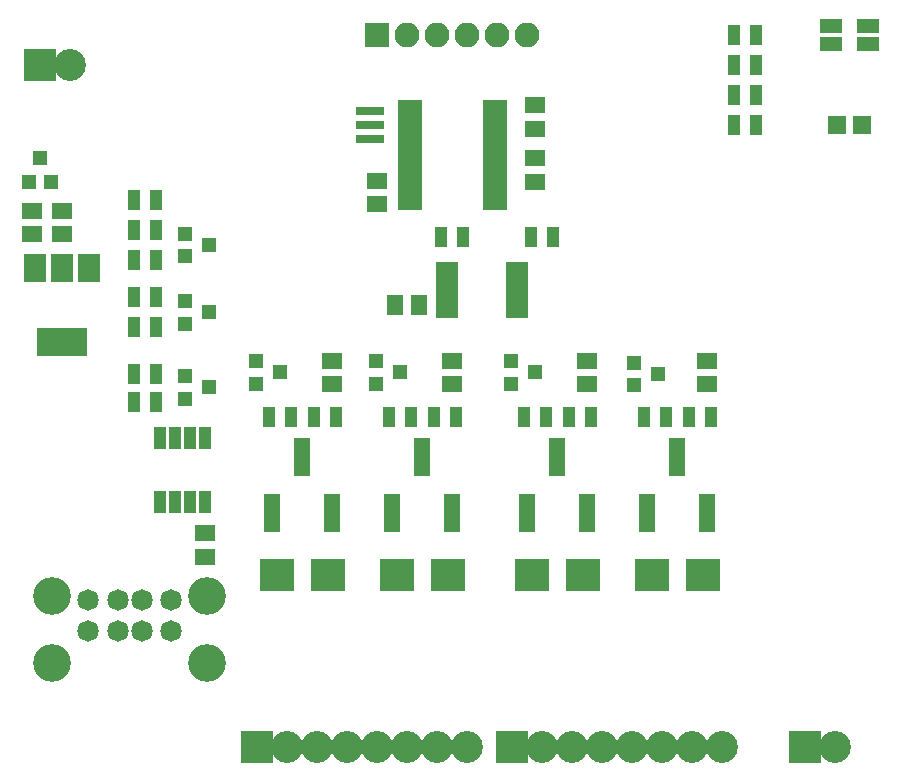
<source format=gts>
G04 This is an RS-274x file exported by *
G04 gerbv version 2.6.0 *
G04 More information is available about gerbv at *
G04 http://gerbv.gpleda.org/ *
G04 --End of header info--*
%MOIN*%
%FSLAX34Y34*%
%IPPOS*%
G04 --Define apertures--*
%ADD10C,0.0050*%
%ADD11R,0.0650X0.0551*%
%ADD12C,0.0717*%
%ADD13C,0.1260*%
%ADD14R,0.0433X0.0669*%
%ADD15R,0.0551X0.0650*%
%ADD16R,0.0512X0.0472*%
%ADD17R,0.1142X0.1063*%
%ADD18C,0.1063*%
%ADD19R,0.1063X0.1063*%
%ADD20R,0.0827X0.0827*%
%ADD21O,0.0827X0.0827*%
%ADD22R,0.0557X0.1257*%
%ADD23R,0.0728X0.0335*%
%ADD24R,0.0945X0.0315*%
%ADD25R,0.0846X0.0335*%
%ADD26R,0.1654X0.0945*%
%ADD27R,0.0748X0.0945*%
%ADD28R,0.0629X0.0629*%
%ADD29R,0.0394X0.0768*%
%ADD30R,0.0748X0.0512*%
%ADD31R,0.0472X0.0512*%
G04 --Start main section--*
G54D11*
G01X0018500Y0022394D03*
G01X0018500Y0021606D03*
G54D12*
G01X0003622Y0007654D03*
G01X0004606Y0007654D03*
G01X0005394Y0007654D03*
G01X0006378Y0007654D03*
G01X0003622Y0006622D03*
G01X0004606Y0006622D03*
G01X0005394Y0006622D03*
G01X0006378Y0006622D03*
G54D13*
G01X0007587Y0005555D03*
G01X0007587Y0007791D03*
G01X0002413Y0007791D03*
G01X0002413Y0005555D03*
G54D14*
G01X0019124Y0019750D03*
G01X0018376Y0019750D03*
G54D15*
G01X0014644Y0017500D03*
G01X0013856Y0017500D03*
G54D11*
G01X0011750Y0014856D03*
G01X0011750Y0015644D03*
G01X0015750Y0014856D03*
G01X0015750Y0015644D03*
G01X0020250Y0014856D03*
G01X0020250Y0015644D03*
G01X0024250Y0014856D03*
G01X0024250Y0015644D03*
G54D16*
G01X0009213Y0015624D03*
G01X0009213Y0014876D03*
G01X0010000Y0015250D03*
G54D17*
G01X0009904Y0008500D03*
G01X0011596Y0008500D03*
G54D16*
G01X0013213Y0015624D03*
G01X0013213Y0014876D03*
G01X0014000Y0015250D03*
G54D17*
G01X0013904Y0008500D03*
G01X0015596Y0008500D03*
G54D16*
G01X0017706Y0015624D03*
G01X0017706Y0014876D03*
G01X0018494Y0015250D03*
G54D17*
G01X0018404Y0008500D03*
G01X0020096Y0008500D03*
G54D16*
G01X0021806Y0015574D03*
G01X0021806Y0014826D03*
G01X0022594Y0015200D03*
G54D17*
G01X0022404Y0008500D03*
G01X0024096Y0008500D03*
G54D18*
G01X0024750Y0002750D03*
G01X0023750Y0002750D03*
G01X0022750Y0002750D03*
G01X0021750Y0002750D03*
G01X0020750Y0002750D03*
G01X0019750Y0002750D03*
G01X0018750Y0002750D03*
G54D19*
G01X0017750Y0002750D03*
G01X0009250Y0002750D03*
G54D18*
G01X0010250Y0002750D03*
G01X0011250Y0002750D03*
G01X0012250Y0002750D03*
G01X0013250Y0002750D03*
G01X0014250Y0002750D03*
G01X0015250Y0002750D03*
G01X0016250Y0002750D03*
G54D19*
G01X0027500Y0002750D03*
G54D18*
G01X0028500Y0002750D03*
G54D20*
G01X0013250Y0026500D03*
G54D21*
G01X0014250Y0026500D03*
G01X0015250Y0026500D03*
G01X0016250Y0026500D03*
G01X0017250Y0026500D03*
G01X0018250Y0026500D03*
G54D14*
G01X0016124Y0019750D03*
G01X0015376Y0019750D03*
G01X0011874Y0013750D03*
G01X0011126Y0013750D03*
G01X0009626Y0013750D03*
G01X0010374Y0013750D03*
G01X0015874Y0013750D03*
G01X0015126Y0013750D03*
G01X0013626Y0013750D03*
G01X0014374Y0013750D03*
G01X0020374Y0013750D03*
G01X0019626Y0013750D03*
G01X0018126Y0013750D03*
G01X0018874Y0013750D03*
G01X0024374Y0013750D03*
G01X0023626Y0013750D03*
G01X0022126Y0013750D03*
G01X0022874Y0013750D03*
G54D22*
G01X0009750Y0010575D03*
G01X0010750Y0012425D03*
G01X0011750Y0010575D03*
G01X0013750Y0010575D03*
G01X0014750Y0012425D03*
G01X0015750Y0010575D03*
G01X0018250Y0010575D03*
G01X0019250Y0012425D03*
G01X0020250Y0010575D03*
G01X0022250Y0010575D03*
G01X0023250Y0012425D03*
G01X0024250Y0010575D03*
G54D23*
G01X0015589Y0018768D03*
G01X0015589Y0018512D03*
G01X0015589Y0018256D03*
G01X0015589Y0018000D03*
G01X0015589Y0017744D03*
G01X0015589Y0017488D03*
G01X0015589Y0017232D03*
G01X0017911Y0017232D03*
G01X0017911Y0017488D03*
G01X0017911Y0017744D03*
G01X0017911Y0018000D03*
G01X0017911Y0018256D03*
G01X0017911Y0018512D03*
G01X0017911Y0018768D03*
G54D24*
G01X0013000Y0023500D03*
G01X0013000Y0023972D03*
G01X0013000Y0023028D03*
G54D11*
G01X0013250Y0020856D03*
G01X0013250Y0021644D03*
G54D25*
G01X0014333Y0024163D03*
G01X0014333Y0023907D03*
G01X0014333Y0023652D03*
G01X0014333Y0023396D03*
G01X0014333Y0023140D03*
G01X0014333Y0022884D03*
G01X0014333Y0022628D03*
G01X0014333Y0022372D03*
G01X0014333Y0022116D03*
G01X0014333Y0021860D03*
G01X0014333Y0021604D03*
G01X0014333Y0021348D03*
G01X0014333Y0021093D03*
G01X0014333Y0020837D03*
G01X0017167Y0020837D03*
G01X0017167Y0021093D03*
G01X0017167Y0021348D03*
G01X0017167Y0021604D03*
G01X0017167Y0021860D03*
G01X0017167Y0022116D03*
G01X0017167Y0022372D03*
G01X0017167Y0022628D03*
G01X0017167Y0022884D03*
G01X0017167Y0023140D03*
G01X0017167Y0023396D03*
G01X0017167Y0023652D03*
G01X0017167Y0023907D03*
G01X0017167Y0024163D03*
G54D11*
G01X0018500Y0024150D03*
G01X0018500Y0023363D03*
G54D26*
G01X0002750Y0016260D03*
G54D27*
G01X0002750Y0018740D03*
G01X0001844Y0018740D03*
G01X0003656Y0018740D03*
G54D11*
G01X0001750Y0019856D03*
G01X0001750Y0020644D03*
G01X0002750Y0019856D03*
G01X0002750Y0020644D03*
G01X0007500Y0009894D03*
G01X0007500Y0009106D03*
G54D28*
G01X0028587Y0023500D03*
G01X0029413Y0023500D03*
G54D14*
G01X0025874Y0025500D03*
G01X0025126Y0025500D03*
G01X0025874Y0024500D03*
G01X0025126Y0024500D03*
G01X0025874Y0026500D03*
G01X0025126Y0026500D03*
G01X0005874Y0021000D03*
G01X0005126Y0021000D03*
G01X0005874Y0020000D03*
G01X0005126Y0020000D03*
G01X0005126Y0019000D03*
G01X0005874Y0019000D03*
G01X0005126Y0017750D03*
G01X0005874Y0017750D03*
G01X0005126Y0016750D03*
G01X0005874Y0016750D03*
G01X0005126Y0014250D03*
G01X0005874Y0014250D03*
G01X0025126Y0023500D03*
G01X0025874Y0023500D03*
G54D29*
G01X0007500Y0013063D03*
G01X0007000Y0013063D03*
G01X0006500Y0013063D03*
G01X0006000Y0013063D03*
G01X0006000Y0010937D03*
G01X0006500Y0010937D03*
G01X0007000Y0010937D03*
G01X0007500Y0010937D03*
G54D30*
G01X0029610Y0026205D03*
G01X0029610Y0026795D03*
G01X0028390Y0026795D03*
G01X0028390Y0026205D03*
G54D19*
G01X0002000Y0025500D03*
G54D18*
G01X0003000Y0025500D03*
G54D16*
G01X0006856Y0019874D03*
G01X0006856Y0019126D03*
G01X0007644Y0019500D03*
G01X0006856Y0017624D03*
G01X0006856Y0016876D03*
G01X0007644Y0017250D03*
G01X0006856Y0015124D03*
G01X0006856Y0014376D03*
G01X0007644Y0014750D03*
G54D31*
G01X0001626Y0021606D03*
G01X0002374Y0021606D03*
G01X0002000Y0022394D03*
G54D14*
G01X0005126Y0015200D03*
G01X0005874Y0015200D03*
M02*

</source>
